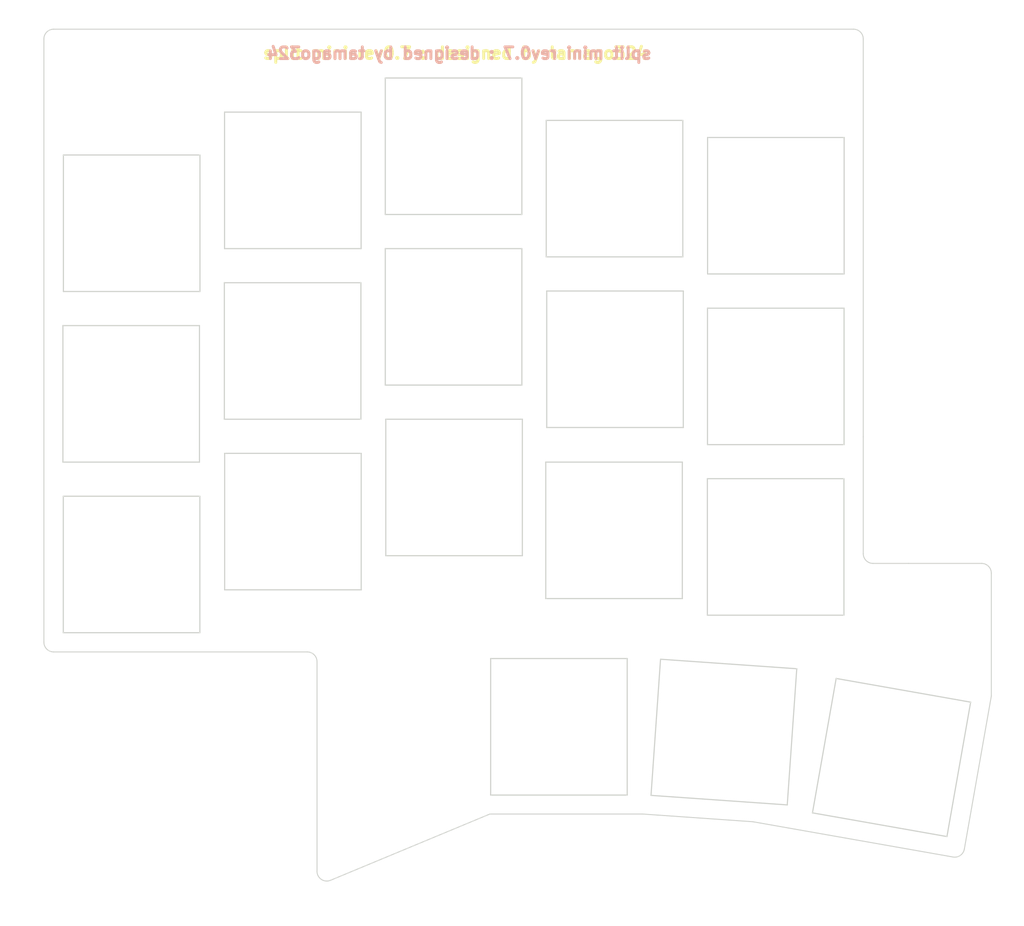
<source format=kicad_pcb>
(kicad_pcb (version 20211014) (generator pcbnew)
  (layers (0 "F.Cu" signal) (31 "B.Cu" signal) (34 "B.Paste" user) (35 "F.Paste" user) (36 "B.SilkS" user "B.Silkscreen") (37 "F.SilkS" user "F.Silkscreen") (38 "B.Mask" user) (39 "F.Mask" user) (44 "Edge.Cuts" user))
  (net 0 "")
  (net 1 "GND")
  (footprint "split-mini:SW_Hole" (layer "F.Cu") (at 28.45 60.4)
    (fp_text reference "SW6" hide)
    (fp_text value "SW_PUSH" hide)
    (fp_line (start -7 7) (end 7 7) (layer "Edge.Cuts") (width 0.12))
    (fp_line (start -7 -7) (end -7 7) (layer "Edge.Cuts") (width 0.12))
    (fp_line (start 7 7) (end 7 -7) (layer "Edge.Cuts") (width 0.12))
    (fp_line (start 7 -7) (end -7 -7) (layer "Edge.Cuts") (width 0.12))
  )
  (footprint "split-mini:SW_Hole" (layer "F.Cu") (at 28.49 77.9)
    (fp_text reference "SW11" hide)
    (fp_text value "SW_PUSH" hide)
    (fp_line (start 7 -7) (end -7 -7) (layer "Edge.Cuts") (width 0.12))
    (fp_line (start 7 7) (end 7 -7) (layer "Edge.Cuts") (width 0.12))
    (fp_line (start -7 7) (end 7 7) (layer "Edge.Cuts") (width 0.12))
    (fp_line (start -7 -7) (end -7 7) (layer "Edge.Cuts") (width 0.12))
  )
  (footprint "split-mini:SW_Hole" (layer "F.Cu") (at 78.05 56.85)
    (fp_text reference "SW9" hide)
    (fp_text value "SW_PUSH" hide)
    (fp_line (start -7 -7) (end -7 7) (layer "Edge.Cuts") (width 0.12))
    (fp_line (start 7 7) (end 7 -7) (layer "Edge.Cuts") (width 0.12))
    (fp_line (start 7 -7) (end -7 -7) (layer "Edge.Cuts") (width 0.12))
    (fp_line (start -7 7) (end 7 7) (layer "Edge.Cuts") (width 0.12))
  )
  (footprint "split-mini:SW_Hole" (layer "F.Cu") (at 61.5 35)
    (fp_text reference "SW3" hide)
    (fp_text value "SW_PUSH" hide)
    (fp_line (start 7 -7) (end -7 -7) (layer "Edge.Cuts") (width 0.12))
    (fp_line (start -7 -7) (end -7 7) (layer "Edge.Cuts") (width 0.12))
    (fp_line (start -7 7) (end 7 7) (layer "Edge.Cuts") (width 0.12))
    (fp_line (start 7 7) (end 7 -7) (layer "Edge.Cuts") (width 0.12))
  )
  (footprint "split-mini:SW_Hole" (layer "F.Cu") (at 94.54 41.1)
    (fp_text reference "SW5" hide)
    (fp_text value "SW_PUSH" hide)
    (fp_line (start 7 7) (end 7 -7) (layer "Edge.Cuts") (width 0.12))
    (fp_line (start 7 -7) (end -7 -7) (layer "Edge.Cuts") (width 0.12))
    (fp_line (start -7 -7) (end -7 7) (layer "Edge.Cuts") (width 0.12))
    (fp_line (start -7 7) (end 7 7) (layer "Edge.Cuts") (width 0.12))
  )
  (footprint "split-mini:spacer_m2_2.2mm" (layer "F.Cu") (at 52.5 85.5)
    (fp_text reference "HOLE3" hide)
    (fp_text value "Val**" hide)
    (pad "" np_thru_hole circle (at 0 0) (size 2.2 2.2) (drill 2.2) (layers F&B.Cu *.Mask))
  )
  (footprint "split-mini:SW_Hole" (layer "F.Cu") (at 94.52 76.1)
    (fp_text reference "SW15" hide)
    (fp_text value "SW_PUSH" hide)
    (fp_line (start -7 -7) (end -7 7) (layer "Edge.Cuts") (width 0.12))
    (fp_line (start -7 7) (end 7 7) (layer "Edge.Cuts") (width 0.12))
    (fp_line (start 7 7) (end 7 -7) (layer "Edge.Cuts") (width 0.12))
    (fp_line (start 7 -7) (end -7 -7) (layer "Edge.Cuts") (width 0.12))
  )
  (footprint "split-mini:SW_Hole" (layer "F.Cu") (at 45 56)
    (fp_text reference "SW7" hide)
    (fp_text value "SW_PUSH" hide)
    (fp_line (start 7 -7) (end -7 -7) (layer "Edge.Cuts") (width 0.12))
    (fp_line (start -7 7) (end 7 7) (layer "Edge.Cuts") (width 0.12))
    (fp_line (start -7 -7) (end -7 7) (layer "Edge.Cuts") (width 0.12))
    (fp_line (start 7 7) (end 7 -7) (layer "Edge.Cuts") (width 0.12))
  )
  (footprint "split-mini:spacer_m2_2.2mm" (layer "F.Cu") (at 107.25 82.8)
    (fp_text reference "HOLE5" hide)
    (fp_text value "Val**" hide)
    (pad "" np_thru_hole circle (at 0 0) (size 2.2 2.2) (drill 2.2) (layers F&B.Cu *.Mask))
  )
  (footprint "split-mini:SW_Hole" (layer "F.Cu") (at 72.3 94.55)
    (fp_text reference "SW16" hide)
    (fp_text value "SW_PUSH" hide)
    (fp_line (start 7 7) (end 7 -7) (layer "Edge.Cuts") (width 0.12))
    (fp_line (start -7 -7) (end -7 7) (layer "Edge.Cuts") (width 0.12))
    (fp_line (start 7 -7) (end -7 -7) (layer "Edge.Cuts") (width 0.12))
    (fp_line (start -7 7) (end 7 7) (layer "Edge.Cuts") (width 0.12))
  )
  (footprint "split-mini:spacer_m2_2.2mm" (layer "F.Cu") (at 52.5 103.9)
    (fp_text reference "HOLE4" hide)
    (fp_text value "Val*" hide)
    (pad "" np_thru_hole circle (at 0 0) (size 2.2 2.2) (drill 2.2) (layers F&B.Cu *.Mask))
  )
  (footprint "split-mini:SW_Hole" (layer "F.Cu") (at 106.4 97.7 -10)
    (fp_text reference "SW18" hide)
    (fp_text value "SW_PUSH" hide)
    (fp_line (start 7 7) (end 7 -7) (layer "Edge.Cuts") (width 0.12))
    (fp_line (start -7 7) (end 7 7) (layer "Edge.Cuts") (width 0.12))
    (fp_line (start 7 -7) (end -7 -7) (layer "Edge.Cuts") (width 0.12))
    (fp_line (start -7 -7) (end -7 7) (layer "Edge.Cuts") (width 0.12))
  )
  (footprint "split-mini:SW_Hole" (layer "F.Cu") (at 61.5 52.5)
    (fp_text reference "SW8" hide)
    (fp_text value "SW_PUSH" hide)
    (fp_line (start -7 7) (end 7 7) (layer "Edge.Cuts") (width 0.12))
    (fp_line (start 7 -7) (end -7 -7) (layer "Edge.Cuts") (width 0.12))
    (fp_line (start 7 7) (end 7 -7) (layer "Edge.Cuts") (width 0.12))
    (fp_line (start -7 -7) (end -7 7) (layer "Edge.Cuts") (width 0.12))
  )
  (footprint "split-mini:spacer_m2_2.2mm" (layer "F.Cu") (at 94.5 28)
    (fp_text reference "HOLE2" hide)
    (fp_text value "Val**" hide)
    (pad "" np_thru_hole circle (at 0 0) (size 2.2 2.2) (drill 2.2) (layers F&B.Cu *.Mask))
  )
  (footprint "split-mini:SW_Hole" (layer "F.Cu") (at 89.211824 95.090444 -4)
    (fp_text reference "SW17" hide)
    (fp_text value "SW_PUSH" hide)
    (fp_line (start 7 -7) (end -7 -7) (layer "Edge.Cuts") (width 0.12))
    (fp_line (start -7 -7) (end -7 7) (layer "Edge.Cuts") (width 0.12))
    (fp_line (start 7 7) (end 7 -7) (layer "Edge.Cuts") (width 0.12))
    (fp_line (start -7 7) (end 7 7) (layer "Edge.Cuts") (width 0.12))
  )
  (footprint "split-mini:SW_Hole" (layer "F.Cu") (at 94.53 58.61)
    (fp_text reference "SW10" hide)
    (fp_text value "SW_PUSH" hide)
    (fp_line (start -7 7) (end 7 7) (layer "Edge.Cuts") (width 0.12))
    (fp_line (start -7 -7) (end -7 7) (layer "Edge.Cuts") (width 0.12))
    (fp_line (start 7 7) (end 7 -7) (layer "Edge.Cuts") (width 0.12))
    (fp_line (start 7 -7) (end -7 -7) (layer "Edge.Cuts") (width 0.12))
  )
  (footprint "split-mini:SW_Hole" (layer "F.Cu") (at 45.02 38.5)
    (fp_text reference "SW2" hide)
    (fp_text value "SW_PUSH" hide)
    (fp_line (start 7 7) (end 7 -7) (layer "Edge.Cuts") (width 0.12))
    (fp_line (start 7 -7) (end -7 -7) (layer "Edge.Cuts") (width 0.12))
    (fp_line (start -7 7) (end 7 7) (layer "Edge.Cuts") (width 0.12))
    (fp_line (start -7 -7) (end -7 7) (layer "Edge.Cuts") (width 0.12))
  )
  (footprint "split-mini:SW_Hole" (layer "F.Cu") (at 61.55 70)
    (fp_text reference "SW13" hide)
    (fp_text value "SW_PUSH" hide)
    (fp_line (start 7 7) (end 7 -7) (layer "Edge.Cuts") (width 0.12))
    (fp_line (start -7 -7) (end -7 7) (layer "Edge.Cuts") (width 0.12))
    (fp_line (start 7 -7) (end -7 -7) (layer "Edge.Cuts") (width 0.12))
    (fp_line (start -7 7) (end 7 7) (layer "Edge.Cuts") (width 0.12))
  )
  (footprint "split-mini:spacer_m2_2.2mm" (layer "F.Cu") (at 28.5 30)
    (fp_text reference "HOLE1" hide)
    (fp_text value "Val**" hide)
    (pad "" np_thru_hole circle (at 0 0) (size 2.2 2.2) (drill 2.2) (layers F&B.Cu *.Mask))
  )
  (footprint "split-mini:SW_Hole" (layer "F.Cu") (at 45.03 73.5)
    (fp_text reference "SW12" hide)
    (fp_text value "SW_PUSH" hide)
    (fp_line (start -7 7) (end 7 7) (layer "Edge.Cuts") (width 0.12))
    (fp_line (start 7 7) (end 7 -7) (layer "Edge.Cuts") (width 0.12))
    (fp_line (start -7 -7) (end -7 7) (layer "Edge.Cuts") (width 0.12))
    (fp_line (start 7 -7) (end -7 -7) (layer "Edge.Cuts") (width 0.12))
  )
  (footprint "split-mini:SW_Hole" (layer "F.Cu") (at 77.95 74.4)
    (fp_text reference "SW14" hide)
    (fp_text value "SW_PUSH" hide)
    (fp_line (start -7 7) (end 7 7) (layer "Edge.Cuts") (width 0.12))
    (fp_line (start -7 -7) (end -7 7) (layer "Edge.Cuts") (width 0.12))
    (fp_line (start 7 -7) (end -7 -7) (layer "Edge.Cuts") (width 0.12))
    (fp_line (start 7 7) (end 7 -7) (layer "Edge.Cuts") (width 0.12))
  )
  (footprint "split-mini:SW_Hole" (layer "F.Cu") (at 28.5 42.9)
    (fp_text reference "SW1" hide)
    (fp_text value "SW_PUSH" hide)
    (fp_line (start 7 -7) (end -7 -7) (layer "Edge.Cuts") (width 0.12))
    (fp_line (start -7 -7) (end -7 7) (layer "Edge.Cuts") (width 0.12))
    (fp_line (start -7 7) (end 7 7) (layer "Edge.Cuts") (width 0.12))
    (fp_line (start 7 7) (end 7 -7) (layer "Edge.Cuts") (width 0.12))
  )
  (footprint "split-mini:SW_Hole" (layer "F.Cu") (at 78 39.35)
    (fp_text reference "SW4" hide)
    (fp_text value "SW_PUSH" hide)
    (fp_line (start 7 -7) (end -7 -7) (layer "Edge.Cuts") (width 0.12))
    (fp_line (start 7 7) (end 7 -7) (layer "Edge.Cuts") (width 0.12))
    (fp_line (start -7 -7) (end -7 7) (layer "Edge.Cuts") (width 0.12))
    (fp_line (start -7 7) (end 7 7) (layer "Edge.Cuts") (width 0.12))
  )
  (gr_line (start 103.499999 64.789956) (end 103.499999 76.789955) (layer "Edge.Cuts") (width 0.1))
  (gr_arc (start 115.627877 77.789955) (mid 116.334977 78.082858) (end 116.627877 78.789955) (layer "Edge.Cuts") (width 0.1))
  (gr_line (start 80.832491 103.495001) (end 92.186756 104.288969) (layer "Edge.Cuts") (width 0.1))
  (gr_arc (start 104.499999 77.789955) (mid 103.792936 77.497044) (end 103.499999 76.789955) (layer "Edge.Cuts") (width 0.1))
  (gr_line (start 102.499999 22.995001) (end 20.499999 22.995001) (layer "Edge.Cuts") (width 0.1))
  (gr_arc (start 102.499999 22.995001) (mid 103.207133 23.287879) (end 103.499999 23.995001) (layer "Edge.Cuts") (width 0.1))
  (gr_line (start 103.499999 64.789956) (end 103.499999 23.995001) (layer "Edge.Cuts") (width 0.1))
  (gr_line (start 19.499999 23.995001) (end 19.499999 85.870001) (layer "Edge.Cuts") (width 0.1))
  (gr_line (start 116.627877 91.404176) (end 116.627877 78.789955) (layer "Edge.Cuts") (width 0.1))
  (gr_line (start 115.627877 77.789955) (end 108.127877 77.789955) (layer "Edge.Cuts") (width 0.1))
  (gr_line (start 47.499999 87.870001) (end 47.499999 109.370815) (layer "Edge.Cuts") (width 0.1))
  (gr_arc (start 113.861106 107.095315) (mid 113.449881 107.74082) (end 112.70265 107.906474) (layer "Edge.Cuts") (width 0.1))
  (gr_line (start 65.224999 103.495001) (end 80.832491 103.495001) (layer "Edge.Cuts") (width 0.1))
  (gr_line (start 48.884152 110.294084) (end 65.224999 103.495001) (layer "Edge.Cuts") (width 0.1))
  (gr_line (start 92.186756 104.288969) (end 112.70265 107.906474) (layer "Edge.Cuts") (width 0.1))
  (gr_arc (start 46.499999 86.870001) (mid 47.207106 87.162894) (end 47.499999 87.870001) (layer "Edge.Cuts") (width 0.1))
  (gr_line (start 104.499999 77.789955) (end 108.127877 77.789955) (layer "Edge.Cuts") (width 0.1))
  (gr_line (start 20.499999 86.870001) (end 46.499999 86.870001) (layer "Edge.Cuts") (width 0.1))
  (gr_arc (start 48.884152 110.294084) (mid 47.94509 110.202726) (end 47.499999 109.370815) (layer "Edge.Cuts") (width 0.1))
  (gr_line (start 113.861106 107.095315) (end 116.627877 91.404176) (layer "Edge.Cuts") (width 0.1))
  (gr_arc (start 20.499999 86.870001) (mid 19.792892 86.577108) (end 19.499999 85.870001) (layer "Edge.Cuts") (width 0.1))
  (gr_arc (start 19.499999 23.995001) (mid 19.792892 23.287894) (end 20.499999 22.995001) (layer "Edge.Cuts") (width 0.1))
  (gr_text "split mini rev0.7 : designed by tamago324" (at 62.06 25.47) (layer "B.SilkS") (effects (font (size 1.2 1.2) (thickness 0.3)) (justify mirror)))
  (gr_text "split mini rev0.7 : designed by tamago324" (at 61.7 25.46) (layer "F.SilkS") (effects (font (size 1.2 1.2) (thickness 0.3))))
)
</source>
